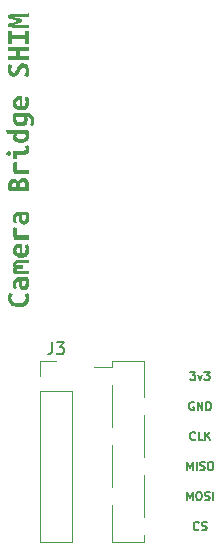
<source format=gbr>
%TF.GenerationSoftware,KiCad,Pcbnew,7.0.9*%
%TF.CreationDate,2024-01-28T12:44:50+11:00*%
%TF.ProjectId,Camera-Wing-SHIM,43616d65-7261-42d5-9769-6e672d534849,rev?*%
%TF.SameCoordinates,Original*%
%TF.FileFunction,Legend,Top*%
%TF.FilePolarity,Positive*%
%FSLAX46Y46*%
G04 Gerber Fmt 4.6, Leading zero omitted, Abs format (unit mm)*
G04 Created by KiCad (PCBNEW 7.0.9) date 2024-01-28 12:44:50*
%MOMM*%
%LPD*%
G01*
G04 APERTURE LIST*
%ADD10C,0.150000*%
%ADD11C,0.120000*%
G04 APERTURE END LIST*
D10*
X99133667Y-112610033D02*
X99567000Y-112610033D01*
X99567000Y-112610033D02*
X99333667Y-112876700D01*
X99333667Y-112876700D02*
X99433667Y-112876700D01*
X99433667Y-112876700D02*
X99500333Y-112910033D01*
X99500333Y-112910033D02*
X99533667Y-112943366D01*
X99533667Y-112943366D02*
X99567000Y-113010033D01*
X99567000Y-113010033D02*
X99567000Y-113176700D01*
X99567000Y-113176700D02*
X99533667Y-113243366D01*
X99533667Y-113243366D02*
X99500333Y-113276700D01*
X99500333Y-113276700D02*
X99433667Y-113310033D01*
X99433667Y-113310033D02*
X99233667Y-113310033D01*
X99233667Y-113310033D02*
X99167000Y-113276700D01*
X99167000Y-113276700D02*
X99133667Y-113243366D01*
X99800334Y-112843366D02*
X99967000Y-113310033D01*
X99967000Y-113310033D02*
X100133667Y-112843366D01*
X100333667Y-112610033D02*
X100767000Y-112610033D01*
X100767000Y-112610033D02*
X100533667Y-112876700D01*
X100533667Y-112876700D02*
X100633667Y-112876700D01*
X100633667Y-112876700D02*
X100700333Y-112910033D01*
X100700333Y-112910033D02*
X100733667Y-112943366D01*
X100733667Y-112943366D02*
X100767000Y-113010033D01*
X100767000Y-113010033D02*
X100767000Y-113176700D01*
X100767000Y-113176700D02*
X100733667Y-113243366D01*
X100733667Y-113243366D02*
X100700333Y-113276700D01*
X100700333Y-113276700D02*
X100633667Y-113310033D01*
X100633667Y-113310033D02*
X100433667Y-113310033D01*
X100433667Y-113310033D02*
X100367000Y-113276700D01*
X100367000Y-113276700D02*
X100333667Y-113243366D01*
X98867000Y-120930033D02*
X98867000Y-120230033D01*
X98867000Y-120230033D02*
X99100334Y-120730033D01*
X99100334Y-120730033D02*
X99333667Y-120230033D01*
X99333667Y-120230033D02*
X99333667Y-120930033D01*
X99667000Y-120930033D02*
X99667000Y-120230033D01*
X99967000Y-120896700D02*
X100067000Y-120930033D01*
X100067000Y-120930033D02*
X100233667Y-120930033D01*
X100233667Y-120930033D02*
X100300333Y-120896700D01*
X100300333Y-120896700D02*
X100333667Y-120863366D01*
X100333667Y-120863366D02*
X100367000Y-120796700D01*
X100367000Y-120796700D02*
X100367000Y-120730033D01*
X100367000Y-120730033D02*
X100333667Y-120663366D01*
X100333667Y-120663366D02*
X100300333Y-120630033D01*
X100300333Y-120630033D02*
X100233667Y-120596700D01*
X100233667Y-120596700D02*
X100100333Y-120563366D01*
X100100333Y-120563366D02*
X100033667Y-120530033D01*
X100033667Y-120530033D02*
X100000333Y-120496700D01*
X100000333Y-120496700D02*
X99967000Y-120430033D01*
X99967000Y-120430033D02*
X99967000Y-120363366D01*
X99967000Y-120363366D02*
X100000333Y-120296700D01*
X100000333Y-120296700D02*
X100033667Y-120263366D01*
X100033667Y-120263366D02*
X100100333Y-120230033D01*
X100100333Y-120230033D02*
X100267000Y-120230033D01*
X100267000Y-120230033D02*
X100367000Y-120263366D01*
X100800334Y-120230033D02*
X100933667Y-120230033D01*
X100933667Y-120230033D02*
X101000334Y-120263366D01*
X101000334Y-120263366D02*
X101067000Y-120330033D01*
X101067000Y-120330033D02*
X101100334Y-120463366D01*
X101100334Y-120463366D02*
X101100334Y-120696700D01*
X101100334Y-120696700D02*
X101067000Y-120830033D01*
X101067000Y-120830033D02*
X101000334Y-120896700D01*
X101000334Y-120896700D02*
X100933667Y-120930033D01*
X100933667Y-120930033D02*
X100800334Y-120930033D01*
X100800334Y-120930033D02*
X100733667Y-120896700D01*
X100733667Y-120896700D02*
X100667000Y-120830033D01*
X100667000Y-120830033D02*
X100633667Y-120696700D01*
X100633667Y-120696700D02*
X100633667Y-120463366D01*
X100633667Y-120463366D02*
X100667000Y-120330033D01*
X100667000Y-120330033D02*
X100733667Y-120263366D01*
X100733667Y-120263366D02*
X100800334Y-120230033D01*
X99433667Y-115183366D02*
X99367000Y-115150033D01*
X99367000Y-115150033D02*
X99267000Y-115150033D01*
X99267000Y-115150033D02*
X99167000Y-115183366D01*
X99167000Y-115183366D02*
X99100334Y-115250033D01*
X99100334Y-115250033D02*
X99067000Y-115316700D01*
X99067000Y-115316700D02*
X99033667Y-115450033D01*
X99033667Y-115450033D02*
X99033667Y-115550033D01*
X99033667Y-115550033D02*
X99067000Y-115683366D01*
X99067000Y-115683366D02*
X99100334Y-115750033D01*
X99100334Y-115750033D02*
X99167000Y-115816700D01*
X99167000Y-115816700D02*
X99267000Y-115850033D01*
X99267000Y-115850033D02*
X99333667Y-115850033D01*
X99333667Y-115850033D02*
X99433667Y-115816700D01*
X99433667Y-115816700D02*
X99467000Y-115783366D01*
X99467000Y-115783366D02*
X99467000Y-115550033D01*
X99467000Y-115550033D02*
X99333667Y-115550033D01*
X99767000Y-115850033D02*
X99767000Y-115150033D01*
X99767000Y-115150033D02*
X100167000Y-115850033D01*
X100167000Y-115850033D02*
X100167000Y-115150033D01*
X100500333Y-115850033D02*
X100500333Y-115150033D01*
X100500333Y-115150033D02*
X100667000Y-115150033D01*
X100667000Y-115150033D02*
X100767000Y-115183366D01*
X100767000Y-115183366D02*
X100833667Y-115250033D01*
X100833667Y-115250033D02*
X100867000Y-115316700D01*
X100867000Y-115316700D02*
X100900333Y-115450033D01*
X100900333Y-115450033D02*
X100900333Y-115550033D01*
X100900333Y-115550033D02*
X100867000Y-115683366D01*
X100867000Y-115683366D02*
X100833667Y-115750033D01*
X100833667Y-115750033D02*
X100767000Y-115816700D01*
X100767000Y-115816700D02*
X100667000Y-115850033D01*
X100667000Y-115850033D02*
X100500333Y-115850033D01*
X99850333Y-125943366D02*
X99817000Y-125976700D01*
X99817000Y-125976700D02*
X99717000Y-126010033D01*
X99717000Y-126010033D02*
X99650333Y-126010033D01*
X99650333Y-126010033D02*
X99550333Y-125976700D01*
X99550333Y-125976700D02*
X99483667Y-125910033D01*
X99483667Y-125910033D02*
X99450333Y-125843366D01*
X99450333Y-125843366D02*
X99417000Y-125710033D01*
X99417000Y-125710033D02*
X99417000Y-125610033D01*
X99417000Y-125610033D02*
X99450333Y-125476700D01*
X99450333Y-125476700D02*
X99483667Y-125410033D01*
X99483667Y-125410033D02*
X99550333Y-125343366D01*
X99550333Y-125343366D02*
X99650333Y-125310033D01*
X99650333Y-125310033D02*
X99717000Y-125310033D01*
X99717000Y-125310033D02*
X99817000Y-125343366D01*
X99817000Y-125343366D02*
X99850333Y-125376700D01*
X100117000Y-125976700D02*
X100217000Y-126010033D01*
X100217000Y-126010033D02*
X100383667Y-126010033D01*
X100383667Y-126010033D02*
X100450333Y-125976700D01*
X100450333Y-125976700D02*
X100483667Y-125943366D01*
X100483667Y-125943366D02*
X100517000Y-125876700D01*
X100517000Y-125876700D02*
X100517000Y-125810033D01*
X100517000Y-125810033D02*
X100483667Y-125743366D01*
X100483667Y-125743366D02*
X100450333Y-125710033D01*
X100450333Y-125710033D02*
X100383667Y-125676700D01*
X100383667Y-125676700D02*
X100250333Y-125643366D01*
X100250333Y-125643366D02*
X100183667Y-125610033D01*
X100183667Y-125610033D02*
X100150333Y-125576700D01*
X100150333Y-125576700D02*
X100117000Y-125510033D01*
X100117000Y-125510033D02*
X100117000Y-125443366D01*
X100117000Y-125443366D02*
X100150333Y-125376700D01*
X100150333Y-125376700D02*
X100183667Y-125343366D01*
X100183667Y-125343366D02*
X100250333Y-125310033D01*
X100250333Y-125310033D02*
X100417000Y-125310033D01*
X100417000Y-125310033D02*
X100517000Y-125343366D01*
X98867000Y-123470033D02*
X98867000Y-122770033D01*
X98867000Y-122770033D02*
X99100334Y-123270033D01*
X99100334Y-123270033D02*
X99333667Y-122770033D01*
X99333667Y-122770033D02*
X99333667Y-123470033D01*
X99800334Y-122770033D02*
X99933667Y-122770033D01*
X99933667Y-122770033D02*
X100000334Y-122803366D01*
X100000334Y-122803366D02*
X100067000Y-122870033D01*
X100067000Y-122870033D02*
X100100334Y-123003366D01*
X100100334Y-123003366D02*
X100100334Y-123236700D01*
X100100334Y-123236700D02*
X100067000Y-123370033D01*
X100067000Y-123370033D02*
X100000334Y-123436700D01*
X100000334Y-123436700D02*
X99933667Y-123470033D01*
X99933667Y-123470033D02*
X99800334Y-123470033D01*
X99800334Y-123470033D02*
X99733667Y-123436700D01*
X99733667Y-123436700D02*
X99667000Y-123370033D01*
X99667000Y-123370033D02*
X99633667Y-123236700D01*
X99633667Y-123236700D02*
X99633667Y-123003366D01*
X99633667Y-123003366D02*
X99667000Y-122870033D01*
X99667000Y-122870033D02*
X99733667Y-122803366D01*
X99733667Y-122803366D02*
X99800334Y-122770033D01*
X100367000Y-123436700D02*
X100467000Y-123470033D01*
X100467000Y-123470033D02*
X100633667Y-123470033D01*
X100633667Y-123470033D02*
X100700333Y-123436700D01*
X100700333Y-123436700D02*
X100733667Y-123403366D01*
X100733667Y-123403366D02*
X100767000Y-123336700D01*
X100767000Y-123336700D02*
X100767000Y-123270033D01*
X100767000Y-123270033D02*
X100733667Y-123203366D01*
X100733667Y-123203366D02*
X100700333Y-123170033D01*
X100700333Y-123170033D02*
X100633667Y-123136700D01*
X100633667Y-123136700D02*
X100500333Y-123103366D01*
X100500333Y-123103366D02*
X100433667Y-123070033D01*
X100433667Y-123070033D02*
X100400333Y-123036700D01*
X100400333Y-123036700D02*
X100367000Y-122970033D01*
X100367000Y-122970033D02*
X100367000Y-122903366D01*
X100367000Y-122903366D02*
X100400333Y-122836700D01*
X100400333Y-122836700D02*
X100433667Y-122803366D01*
X100433667Y-122803366D02*
X100500333Y-122770033D01*
X100500333Y-122770033D02*
X100667000Y-122770033D01*
X100667000Y-122770033D02*
X100767000Y-122803366D01*
X101067000Y-123470033D02*
X101067000Y-122770033D01*
X99550333Y-118323366D02*
X99517000Y-118356700D01*
X99517000Y-118356700D02*
X99417000Y-118390033D01*
X99417000Y-118390033D02*
X99350333Y-118390033D01*
X99350333Y-118390033D02*
X99250333Y-118356700D01*
X99250333Y-118356700D02*
X99183667Y-118290033D01*
X99183667Y-118290033D02*
X99150333Y-118223366D01*
X99150333Y-118223366D02*
X99117000Y-118090033D01*
X99117000Y-118090033D02*
X99117000Y-117990033D01*
X99117000Y-117990033D02*
X99150333Y-117856700D01*
X99150333Y-117856700D02*
X99183667Y-117790033D01*
X99183667Y-117790033D02*
X99250333Y-117723366D01*
X99250333Y-117723366D02*
X99350333Y-117690033D01*
X99350333Y-117690033D02*
X99417000Y-117690033D01*
X99417000Y-117690033D02*
X99517000Y-117723366D01*
X99517000Y-117723366D02*
X99550333Y-117756700D01*
X100183667Y-118390033D02*
X99850333Y-118390033D01*
X99850333Y-118390033D02*
X99850333Y-117690033D01*
X100417000Y-118390033D02*
X100417000Y-117690033D01*
X100817000Y-118390033D02*
X100517000Y-117990033D01*
X100817000Y-117690033D02*
X100417000Y-118090033D01*
X87441666Y-110118819D02*
X87441666Y-110833104D01*
X87441666Y-110833104D02*
X87394047Y-110975961D01*
X87394047Y-110975961D02*
X87298809Y-111071200D01*
X87298809Y-111071200D02*
X87155952Y-111118819D01*
X87155952Y-111118819D02*
X87060714Y-111118819D01*
X87822619Y-110118819D02*
X88441666Y-110118819D01*
X88441666Y-110118819D02*
X88108333Y-110499771D01*
X88108333Y-110499771D02*
X88251190Y-110499771D01*
X88251190Y-110499771D02*
X88346428Y-110547390D01*
X88346428Y-110547390D02*
X88394047Y-110595009D01*
X88394047Y-110595009D02*
X88441666Y-110690247D01*
X88441666Y-110690247D02*
X88441666Y-110928342D01*
X88441666Y-110928342D02*
X88394047Y-111023580D01*
X88394047Y-111023580D02*
X88346428Y-111071200D01*
X88346428Y-111071200D02*
X88251190Y-111118819D01*
X88251190Y-111118819D02*
X87965476Y-111118819D01*
X87965476Y-111118819D02*
X87870238Y-111071200D01*
X87870238Y-111071200D02*
X87822619Y-111023580D01*
D11*
%TO.C,J3*%
X86445000Y-111664000D02*
X87775000Y-111664000D01*
X86445000Y-112994000D02*
X86445000Y-111664000D01*
X86445000Y-114264000D02*
X86445000Y-127024000D01*
X86445000Y-114264000D02*
X89105000Y-114264000D01*
X86445000Y-127024000D02*
X89105000Y-127024000D01*
X89105000Y-114264000D02*
X89105000Y-127024000D01*
%TO.C,J2*%
X92541000Y-111664000D02*
X92541000Y-112234000D01*
X92541000Y-111664000D02*
X95201000Y-111664000D01*
X92541000Y-112234000D02*
X91021000Y-112234000D01*
X92541000Y-113754000D02*
X92541000Y-117314000D01*
X92541000Y-118834000D02*
X92541000Y-122394000D01*
X92541000Y-123914000D02*
X92541000Y-127024000D01*
X92541000Y-127024000D02*
X95201000Y-127024000D01*
X95201000Y-111664000D02*
X95201000Y-114774000D01*
X95201000Y-116294000D02*
X95201000Y-119854000D01*
X95201000Y-121374000D02*
X95201000Y-124934000D01*
X95201000Y-126454000D02*
X95201000Y-127024000D01*
%TO.C,kibuzzard-65ACBA76*%
G36*
X83935234Y-93986466D02*
G01*
X83993575Y-94139262D01*
X83935234Y-94290670D01*
X83776881Y-94353178D01*
X83615750Y-94290670D01*
X83557409Y-94139262D01*
X83615750Y-93986466D01*
X83776881Y-93922569D01*
X83935234Y-93986466D01*
G37*
G36*
X85457647Y-85454844D02*
G01*
X84699219Y-85454844D01*
X84699219Y-85910456D01*
X85457647Y-85910456D01*
X85457647Y-86252166D01*
X83737987Y-86252166D01*
X83737987Y-85910456D01*
X84415850Y-85910456D01*
X84415850Y-85454844D01*
X83737987Y-85454844D01*
X83737987Y-85113134D01*
X85457647Y-85113134D01*
X85457647Y-85454844D01*
G37*
G36*
X84021356Y-84118566D02*
G01*
X85174278Y-84118566D01*
X85174278Y-83746297D01*
X85457647Y-83746297D01*
X85457647Y-84838100D01*
X85174278Y-84838100D01*
X85174278Y-84463053D01*
X84021356Y-84463053D01*
X84021356Y-84838100D01*
X83737987Y-84838100D01*
X83737987Y-83746297D01*
X84021356Y-83746297D01*
X84021356Y-84118566D01*
G37*
G36*
X84499194Y-100442828D02*
G01*
X84482525Y-100522005D01*
X84467245Y-100615072D01*
X84457522Y-100706750D01*
X84454744Y-100781759D01*
X84461689Y-100923444D01*
X84488081Y-101065128D01*
X85457647Y-101065128D01*
X85457647Y-101409616D01*
X84238050Y-101409616D01*
X84192905Y-101271751D01*
X84157484Y-101130414D01*
X84134565Y-100975186D01*
X84126925Y-100795650D01*
X84129703Y-100716473D01*
X84139427Y-100606738D01*
X84156095Y-100488667D01*
X84182487Y-100381709D01*
X84499194Y-100442828D01*
G37*
G36*
X84499194Y-94886578D02*
G01*
X84482525Y-94965755D01*
X84467245Y-95058822D01*
X84457522Y-95150500D01*
X84454744Y-95225509D01*
X84461689Y-95367194D01*
X84488081Y-95508878D01*
X85457647Y-95508878D01*
X85457647Y-95853366D01*
X84238050Y-95853366D01*
X84192905Y-95715501D01*
X84157484Y-95574164D01*
X84134565Y-95418936D01*
X84126925Y-95239400D01*
X84129703Y-95160223D01*
X84139427Y-95050487D01*
X84156095Y-94932417D01*
X84182487Y-94825459D01*
X84499194Y-94886578D01*
G37*
G36*
X85470148Y-93612808D02*
G01*
X85488206Y-93783662D01*
X85478483Y-93906247D01*
X85449312Y-94007302D01*
X85336798Y-94151764D01*
X85157609Y-94228162D01*
X85044401Y-94244831D01*
X84915912Y-94250388D01*
X84435297Y-94250388D01*
X84435297Y-94611544D01*
X84151928Y-94611544D01*
X84151928Y-93908678D01*
X84960362Y-93908678D01*
X85133995Y-93865617D01*
X85190947Y-93722544D01*
X85178445Y-93608641D01*
X85127050Y-93458622D01*
X85402084Y-93414172D01*
X85470148Y-93612808D01*
G37*
G36*
X85457647Y-103404309D02*
G01*
X84660325Y-103404309D01*
X84535309Y-103414033D01*
X84463078Y-103439036D01*
X84429741Y-103475152D01*
X84421406Y-103518213D01*
X84425573Y-103570997D01*
X84440853Y-103621003D01*
X84557534Y-103607113D01*
X84699219Y-103601556D01*
X84960362Y-103601556D01*
X84960362Y-103879369D01*
X84660325Y-103879369D01*
X84474191Y-103905761D01*
X84421406Y-103990494D01*
X84424184Y-104030777D01*
X84432519Y-104076616D01*
X85457647Y-104076616D01*
X85457647Y-104354428D01*
X84201934Y-104354428D01*
X84154706Y-104140513D01*
X84138037Y-103954378D01*
X84156095Y-103825195D01*
X84215825Y-103726572D01*
X84161652Y-103615447D01*
X84138037Y-103482097D01*
X84171375Y-103304297D01*
X84271387Y-103194561D01*
X84439464Y-103140388D01*
X84549547Y-103129970D01*
X84676994Y-103126497D01*
X85457647Y-103126497D01*
X85457647Y-103404309D01*
G37*
G36*
X85457647Y-82587819D02*
G01*
X84121369Y-82571150D01*
X84849237Y-82782287D01*
X84849237Y-83032319D01*
X84121369Y-83235122D01*
X85457647Y-83221231D01*
X85457647Y-83535159D01*
X85242342Y-83526478D01*
X85018703Y-83517102D01*
X84791591Y-83507031D01*
X84565869Y-83496266D01*
X84344313Y-83484111D01*
X84129703Y-83469873D01*
X83926205Y-83453552D01*
X83737987Y-83435147D01*
X83737987Y-83151778D01*
X83888006Y-83103161D01*
X84085253Y-83040653D01*
X84299169Y-82973978D01*
X84499194Y-82910081D01*
X84286667Y-82840628D01*
X84075530Y-82771175D01*
X83885228Y-82710056D01*
X83737987Y-82660050D01*
X83737987Y-82376681D01*
X83960237Y-82357582D01*
X84176931Y-82339177D01*
X84389805Y-82322508D01*
X84600595Y-82308617D01*
X84811038Y-82297157D01*
X85022870Y-82287781D01*
X85237828Y-82280141D01*
X85457647Y-82273891D01*
X85457647Y-82587819D01*
G37*
G36*
X85488206Y-92625184D02*
G01*
X85468142Y-92812399D01*
X85407949Y-92966585D01*
X85307628Y-93087742D01*
X85172426Y-93174944D01*
X85007591Y-93227266D01*
X84813122Y-93244706D01*
X84615103Y-93230044D01*
X84447027Y-93186057D01*
X84308892Y-93112745D01*
X84206256Y-93010726D01*
X84144674Y-92880618D01*
X84124147Y-92722419D01*
X84130696Y-92664078D01*
X84418628Y-92664078D01*
X84442937Y-92769647D01*
X84515862Y-92841878D01*
X84634627Y-92883550D01*
X84796453Y-92897441D01*
X84955501Y-92881119D01*
X85082600Y-92832155D01*
X85165944Y-92747075D01*
X85193725Y-92622406D01*
X85190947Y-92544619D01*
X85182612Y-92469609D01*
X84471412Y-92469609D01*
X84433908Y-92558509D01*
X84418628Y-92664078D01*
X84130696Y-92664078D01*
X84139427Y-92586291D01*
X84182487Y-92469609D01*
X83587969Y-92469609D01*
X83529628Y-92127900D01*
X85418753Y-92127900D01*
X85446534Y-92232774D01*
X85468759Y-92358484D01*
X85483345Y-92493223D01*
X85488104Y-92622406D01*
X85488206Y-92625184D01*
G37*
G36*
X85456258Y-106106036D02*
G01*
X85484386Y-106239039D01*
X85493762Y-106390794D01*
X85467833Y-106614278D01*
X85390046Y-106799487D01*
X85260400Y-106946419D01*
X85131391Y-107030283D01*
X84977726Y-107090187D01*
X84799405Y-107126129D01*
X84596428Y-107138109D01*
X84394320Y-107123524D01*
X84215825Y-107079769D01*
X84061986Y-107009968D01*
X83933845Y-106917248D01*
X83832444Y-106803345D01*
X83758823Y-106669995D01*
X83714026Y-106520324D01*
X83699094Y-106357456D01*
X83714373Y-106192158D01*
X83749100Y-106062975D01*
X83790772Y-105969908D01*
X83824109Y-105912956D01*
X84096366Y-106001856D01*
X84025523Y-106156042D01*
X83996353Y-106363013D01*
X84025523Y-106519977D01*
X84122758Y-106656105D01*
X84304725Y-106753339D01*
X84432519Y-106781468D01*
X84588094Y-106790844D01*
X84769135Y-106779577D01*
X84919617Y-106745776D01*
X85039539Y-106689442D01*
X85157262Y-106555745D01*
X85196503Y-106357456D01*
X85165944Y-106136595D01*
X85104825Y-105996300D01*
X85374303Y-105910178D01*
X85456258Y-106106036D01*
G37*
G36*
X85488206Y-105151750D02*
G01*
X85465981Y-105378167D01*
X85392361Y-105551800D01*
X85259011Y-105662925D01*
X85057597Y-105701819D01*
X84865906Y-105657369D01*
X84740891Y-105537909D01*
X84672827Y-105365666D01*
X84651991Y-105162863D01*
X84655061Y-105093409D01*
X84890909Y-105093409D01*
X84897855Y-105196200D01*
X84921469Y-105283711D01*
X84968697Y-105343441D01*
X85049262Y-105365666D01*
X85175667Y-105298991D01*
X85213172Y-105126747D01*
X85211783Y-105018400D01*
X85204837Y-104926722D01*
X84904800Y-104926722D01*
X84895077Y-105007288D01*
X84890909Y-105093409D01*
X84655061Y-105093409D01*
X84657547Y-105037152D01*
X84674216Y-104926722D01*
X84632544Y-104926722D01*
X84470023Y-104987841D01*
X84421059Y-105071184D01*
X84404737Y-105198978D01*
X84418628Y-105386502D01*
X84451966Y-105532353D01*
X84176931Y-105579581D01*
X84136648Y-105399003D01*
X84123105Y-105280238D01*
X84118591Y-105157306D01*
X84127967Y-105009718D01*
X84156095Y-104889217D01*
X84261664Y-104718363D01*
X84428352Y-104626684D01*
X84649212Y-104598903D01*
X85427087Y-104598903D01*
X85465981Y-104821153D01*
X85482650Y-104977423D01*
X85487409Y-105126747D01*
X85488206Y-105151750D01*
G37*
G36*
X85488206Y-99595500D02*
G01*
X85465981Y-99821917D01*
X85392361Y-99995550D01*
X85259011Y-100106675D01*
X85057597Y-100145569D01*
X84865906Y-100101119D01*
X84740891Y-99981659D01*
X84672827Y-99809416D01*
X84651991Y-99606612D01*
X84655061Y-99537159D01*
X84890909Y-99537159D01*
X84897855Y-99639950D01*
X84921469Y-99727461D01*
X84968697Y-99787191D01*
X85049262Y-99809416D01*
X85175667Y-99742741D01*
X85213172Y-99570497D01*
X85211783Y-99462150D01*
X85204837Y-99370472D01*
X84904800Y-99370472D01*
X84895077Y-99451038D01*
X84890909Y-99537159D01*
X84655061Y-99537159D01*
X84657547Y-99480902D01*
X84674216Y-99370472D01*
X84632544Y-99370472D01*
X84470023Y-99431591D01*
X84421059Y-99514934D01*
X84404737Y-99642728D01*
X84418628Y-99830252D01*
X84451966Y-99976103D01*
X84176931Y-100023331D01*
X84136648Y-99842753D01*
X84123105Y-99723988D01*
X84118591Y-99601056D01*
X84127967Y-99453468D01*
X84156095Y-99332967D01*
X84261664Y-99162113D01*
X84428352Y-99070434D01*
X84649212Y-99042653D01*
X85427087Y-99042653D01*
X85465981Y-99264903D01*
X85482650Y-99421173D01*
X85487409Y-99570497D01*
X85488206Y-99595500D01*
G37*
G36*
X84915912Y-102606988D02*
G01*
X85030163Y-102580595D01*
X85117327Y-102501419D01*
X85172542Y-102380570D01*
X85190947Y-102229163D01*
X85168722Y-102033305D01*
X85124272Y-101876341D01*
X85415975Y-101829113D01*
X85467370Y-102018025D01*
X85488206Y-102243053D01*
X85477441Y-102401059D01*
X85445145Y-102541702D01*
X85391666Y-102663939D01*
X85317352Y-102766730D01*
X85222548Y-102849032D01*
X85107603Y-102909803D01*
X84972170Y-102947308D01*
X84815900Y-102959809D01*
X84654074Y-102946613D01*
X84513084Y-102907025D01*
X84393278Y-102845906D01*
X84295002Y-102768119D01*
X84218256Y-102675746D01*
X84163041Y-102570872D01*
X84129703Y-102458358D01*
X84118591Y-102343066D01*
X84119186Y-102337509D01*
X84404737Y-102337509D01*
X84426962Y-102452802D01*
X84488081Y-102533367D01*
X84576981Y-102583373D01*
X84679772Y-102606988D01*
X84679772Y-102084700D01*
X84578370Y-102098591D01*
X84490859Y-102143041D01*
X84428352Y-102220828D01*
X84404737Y-102337509D01*
X84119186Y-102337509D01*
X84137574Y-102165883D01*
X84194526Y-102019568D01*
X84289445Y-101904122D01*
X84420789Y-101820778D01*
X84587013Y-101770772D01*
X84788119Y-101754103D01*
X84857572Y-101755492D01*
X84915912Y-101759659D01*
X84915912Y-102084700D01*
X84915912Y-102606988D01*
G37*
G36*
X84915912Y-90105425D02*
G01*
X85030163Y-90079033D01*
X85117327Y-89999856D01*
X85172542Y-89879008D01*
X85190947Y-89727600D01*
X85168722Y-89531742D01*
X85124272Y-89374778D01*
X85415975Y-89327550D01*
X85467370Y-89516463D01*
X85488206Y-89741491D01*
X85477441Y-89899496D01*
X85445145Y-90040139D01*
X85391666Y-90162377D01*
X85317352Y-90265167D01*
X85222548Y-90347469D01*
X85107603Y-90408241D01*
X84972170Y-90445745D01*
X84815900Y-90458247D01*
X84654074Y-90445051D01*
X84513084Y-90405463D01*
X84393278Y-90344344D01*
X84295002Y-90266556D01*
X84218256Y-90174184D01*
X84163041Y-90069309D01*
X84129703Y-89956795D01*
X84118591Y-89841503D01*
X84119186Y-89835947D01*
X84404737Y-89835947D01*
X84426962Y-89951239D01*
X84488081Y-90031805D01*
X84576981Y-90081811D01*
X84679772Y-90105425D01*
X84679772Y-89583137D01*
X84578370Y-89597028D01*
X84490859Y-89641478D01*
X84428352Y-89719266D01*
X84404737Y-89835947D01*
X84119186Y-89835947D01*
X84137574Y-89664320D01*
X84194526Y-89518006D01*
X84289445Y-89402559D01*
X84420789Y-89319216D01*
X84587013Y-89269209D01*
X84788119Y-89252541D01*
X84857572Y-89253930D01*
X84915912Y-89258097D01*
X84915912Y-89583137D01*
X84915912Y-90105425D01*
G37*
G36*
X85202407Y-86527547D02*
G01*
X85361802Y-86645270D01*
X85435113Y-86767971D01*
X85479100Y-86926787D01*
X85493762Y-87121719D01*
X85482303Y-87314104D01*
X85447923Y-87463428D01*
X85363191Y-87655119D01*
X85085378Y-87555106D01*
X85168722Y-87375917D01*
X85197892Y-87260278D01*
X85207616Y-87121719D01*
X85189558Y-86978645D01*
X85139552Y-86888356D01*
X85067320Y-86842517D01*
X84985366Y-86830016D01*
X84890909Y-86860575D01*
X84817289Y-86938363D01*
X84758948Y-87043931D01*
X84710331Y-87160613D01*
X84646434Y-87321744D01*
X84554756Y-87473152D01*
X84417239Y-87585666D01*
X84213047Y-87630116D01*
X83997742Y-87590875D01*
X83835222Y-87473152D01*
X83759595Y-87355390D01*
X83714219Y-87211390D01*
X83699094Y-87041153D01*
X83708123Y-86892871D01*
X83735209Y-86764730D01*
X83815775Y-86566094D01*
X84079697Y-86666106D01*
X84013022Y-86820292D01*
X83985241Y-87016150D01*
X84007157Y-87167403D01*
X84072906Y-87258156D01*
X84182487Y-87288406D01*
X84269998Y-87260625D01*
X84336673Y-87189783D01*
X84388069Y-87092548D01*
X84429741Y-86985591D01*
X84497805Y-86817514D01*
X84597817Y-86656383D01*
X84753392Y-86535534D01*
X84858614Y-86500113D01*
X84988144Y-86488306D01*
X85202407Y-86527547D01*
G37*
G36*
X85371525Y-91322244D02*
G01*
X85353622Y-91478899D01*
X85299911Y-91608082D01*
X85210394Y-91709792D01*
X85089082Y-91783104D01*
X84939990Y-91827091D01*
X84763116Y-91841753D01*
X84566486Y-91821998D01*
X84406281Y-91762731D01*
X84282500Y-91663953D01*
X84194526Y-91531220D01*
X84141742Y-91370089D01*
X84125437Y-91194450D01*
X84401959Y-91194450D01*
X84442088Y-91361137D01*
X84562473Y-91461150D01*
X84763116Y-91494487D01*
X84905147Y-91479902D01*
X85008980Y-91436147D01*
X85093712Y-91252791D01*
X85079822Y-91148611D01*
X85043706Y-91061100D01*
X84415850Y-91061100D01*
X84404737Y-91130553D01*
X84401959Y-91194450D01*
X84125437Y-91194450D01*
X84124147Y-91180559D01*
X84131864Y-91033936D01*
X84155015Y-90879287D01*
X84193600Y-90716612D01*
X85299294Y-90716612D01*
X85493762Y-90733744D01*
X85651190Y-90785140D01*
X85771575Y-90870798D01*
X85856462Y-90994425D01*
X85907394Y-91159723D01*
X85924372Y-91366694D01*
X85918121Y-91486500D01*
X85899369Y-91601445D01*
X85841028Y-91816750D01*
X85552103Y-91752853D01*
X85609055Y-91583387D01*
X85635447Y-91361138D01*
X85614611Y-91213897D01*
X85557659Y-91122219D01*
X85472927Y-91074991D01*
X85368747Y-91061100D01*
X85315962Y-91061100D01*
X85357634Y-91193061D01*
X85364057Y-91252791D01*
X85371525Y-91322244D01*
G37*
G36*
X85479872Y-96861825D02*
G01*
X85476746Y-96977812D01*
X85467370Y-97097966D01*
X85451743Y-97219509D01*
X85429866Y-97339662D01*
X83760212Y-97339662D01*
X83731042Y-97125747D01*
X83718541Y-96895163D01*
X83721554Y-96842378D01*
X84015800Y-96842378D01*
X84018578Y-96922944D01*
X84026912Y-96997953D01*
X84421406Y-96997953D01*
X84421406Y-96864603D01*
X84704775Y-96864603D01*
X84704775Y-96997953D01*
X85171500Y-96997953D01*
X85179834Y-96918777D01*
X85182612Y-96834044D01*
X85172889Y-96720141D01*
X85136773Y-96621517D01*
X85061764Y-96550675D01*
X84938137Y-96522894D01*
X84758948Y-96602070D01*
X84704775Y-96814597D01*
X84704775Y-96864603D01*
X84421406Y-96864603D01*
X84364455Y-96667356D01*
X84207491Y-96600681D01*
X84108867Y-96620128D01*
X84050527Y-96672913D01*
X84022745Y-96750700D01*
X84015800Y-96842378D01*
X83721554Y-96842378D01*
X83728611Y-96718752D01*
X83758823Y-96578456D01*
X83864392Y-96386766D01*
X84010244Y-96292309D01*
X84171375Y-96267306D01*
X84286667Y-96282239D01*
X84388069Y-96327036D01*
X84538087Y-96486778D01*
X84613097Y-96339885D01*
X84710331Y-96249248D01*
X84821456Y-96202368D01*
X84938137Y-96186741D01*
X85080864Y-96199937D01*
X85197892Y-96239525D01*
X85364580Y-96382598D01*
X85418059Y-96481222D01*
X85453480Y-96596514D01*
X85473274Y-96724655D01*
X85478536Y-96834044D01*
X85479872Y-96861825D01*
G37*
%TD*%
M02*

</source>
